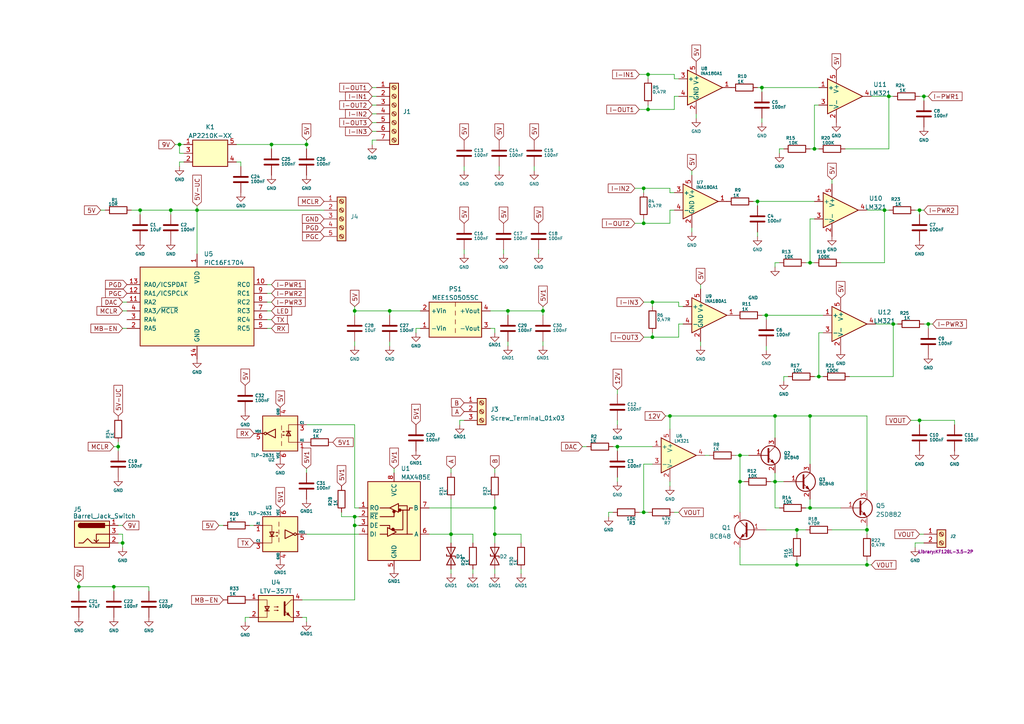
<source format=kicad_sch>
(kicad_sch (version 20230409) (generator eeschema)
  (paper "A4")
  (junction (at 57.15 60.96))
  (junction (at 234.95 120.65))
  (junction (at 220.98 25.4))
  (junction (at 257.81 27.94))
  (junction (at 186.69 64.77))
  (junction (at 78.74 41.91))
  (junction (at 222.25 91.44))
  (junction (at 157.48 90.17))
  (junction (at 267.97 27.94))
  (junction (at 266.7 121.92))
  (junction (at 187.96 31.75))
  (junction (at 113.03 90.17))
  (junction (at 186.69 54.61))
  (junction (at 237.49 109.22))
  (junction (at 236.22 43.18))
  (junction (at 102.87 152.4))
  (junction (at 251.46 153.67))
  (junction (at 33.02 170.18))
  (junction (at 224.79 120.65))
  (junction (at 22.86 170.18))
  (junction (at 88.9 41.91))
  (junction (at 130.81 154.94))
  (junction (at 251.46 163.83))
  (junction (at 49.53 60.96))
  (junction (at 143.51 154.94))
  (junction (at 259.08 93.98))
  (junction (at 231.14 153.67))
  (junction (at 40.64 60.96))
  (junction (at 234.95 76.2))
  (junction (at 179.07 129.54))
  (junction (at 189.23 87.63))
  (junction (at 219.71 58.42))
  (junction (at 186.69 148.59))
  (junction (at 234.95 147.32))
  (junction (at 224.79 139.7))
  (junction (at 102.87 149.86))
  (junction (at 256.54 60.96))
  (junction (at 34.29 129.54))
  (junction (at 189.23 97.79))
  (junction (at 214.63 132.08))
  (junction (at 143.51 147.32))
  (junction (at 52.07 41.91))
  (junction (at 231.14 163.83))
  (junction (at 194.31 120.65))
  (junction (at 269.24 93.98))
  (junction (at 214.63 139.7))
  (junction (at 35.56 157.48))
  (junction (at 187.96 21.59))
  (junction (at 147.32 90.17))
  (junction (at 102.87 90.17))
  (junction (at 266.7 60.96))
  (wire (pts (xy 137.16 154.94) (xy 137.16 157.48)))
  (wire (pts (xy 124.46 147.32) (xy 143.51 147.32)))
  (wire (pts (xy 236.22 43.18) (xy 237.49 43.18)))
  (wire (pts (xy 184.15 54.61) (xy 186.69 54.61)))
  (wire (pts (xy 219.71 25.4) (xy 220.98 25.4)))
  (wire (pts (xy 256.54 60.96) (xy 256.54 76.2)))
  (wire (pts (xy 203.2 83.82) (xy 203.2 82.55)))
  (wire (pts (xy 146.05 73.66) (xy 146.05 72.39)))
  (wire (pts (xy 99.06 149.86) (xy 102.87 149.86)))
  (wire (pts (xy 259.08 93.98) (xy 260.35 93.98)))
  (wire (pts (xy 104.14 147.32) (xy 102.87 147.32)))
  (wire (pts (xy 186.69 134.62) (xy 189.23 134.62)))
  (wire (pts (xy 78.74 41.91) (xy 78.74 43.18)))
  (wire (pts (xy 194.31 124.46) (xy 194.31 120.65)))
  (wire (pts (xy 189.23 87.63) (xy 189.23 88.9)))
  (wire (pts (xy 194.31 60.96) (xy 194.31 64.77)))
  (wire (pts (xy 251.46 120.65) (xy 251.46 142.24)))
  (wire (pts (xy 186.69 87.63) (xy 189.23 87.63)))
  (wire (pts (xy 50.8 41.91) (xy 52.07 41.91)))
  (wire (pts (xy 34.29 129.54) (xy 34.29 130.81)))
  (wire (pts (xy 179.07 113.03) (xy 179.07 114.3)))
  (wire (pts (xy 43.18 171.45) (xy 43.18 170.18)))
  (wire (pts (xy 72.39 179.07) (xy 71.12 179.07)))
  (wire (pts (xy 179.07 129.54) (xy 179.07 130.81)))
  (wire (pts (xy 40.64 60.96) (xy 49.53 60.96)))
  (wire (pts (xy 43.18 170.18) (xy 33.02 170.18)))
  (wire (pts (xy 224.79 139.7) (xy 224.79 147.32)))
  (wire (pts (xy 226.06 147.32) (xy 224.79 147.32)))
  (wire (pts (xy 218.44 58.42) (xy 219.71 58.42)))
  (wire (pts (xy 194.31 120.65) (xy 224.79 120.65)))
  (wire (pts (xy 34.29 154.94) (xy 35.56 154.94)))
  (wire (pts (xy 267.97 93.98) (xy 269.24 93.98)))
  (wire (pts (xy 185.42 31.75) (xy 187.96 31.75)))
  (wire (pts (xy 179.07 129.54) (xy 189.23 129.54)))
  (wire (pts (xy 87.63 179.07) (xy 88.9 179.07)))
  (wire (pts (xy 52.07 41.91) (xy 53.34 41.91)))
  (wire (pts (xy 231.14 163.83) (xy 214.63 163.83)))
  (wire (pts (xy 133.35 121.92) (xy 133.35 123.19)))
  (wire (pts (xy 35.56 152.4) (xy 34.29 152.4)))
  (wire (pts (xy 143.51 135.89) (xy 143.51 137.16)))
  (wire (pts (xy 113.03 90.17) (xy 113.03 91.44)))
  (wire (pts (xy 243.84 76.2) (xy 256.54 76.2)))
  (wire (pts (xy 102.87 152.4) (xy 104.14 152.4)))
  (wire (pts (xy 187.96 31.75) (xy 187.96 30.48)))
  (wire (pts (xy 231.14 153.67) (xy 231.14 154.94)))
  (wire (pts (xy 53.34 44.45) (xy 52.07 44.45)))
  (wire (pts (xy 267.97 27.94) (xy 269.24 27.94)))
  (wire (pts (xy 214.63 132.08) (xy 214.63 139.7)))
  (wire (pts (xy 107.95 27.94) (xy 109.22 27.94)))
  (wire (pts (xy 134.62 49.53) (xy 134.62 48.26)))
  (wire (pts (xy 251.46 162.56) (xy 251.46 163.83)))
  (wire (pts (xy 201.93 33.02) (xy 201.93 34.29)))
  (wire (pts (xy 194.31 140.97) (xy 194.31 139.7)))
  (wire (pts (xy 256.54 60.96) (xy 257.81 60.96)))
  (wire (pts (xy 266.7 121.92) (xy 276.86 121.92)))
  (wire (pts (xy 189.23 87.63) (xy 196.85 87.63)))
  (wire (pts (xy 251.46 152.4) (xy 251.46 153.67)))
  (wire (pts (xy 224.79 76.2) (xy 224.79 77.47)))
  (wire (pts (xy 102.87 100.33) (xy 102.87 99.06)))
  (wire (pts (xy 124.46 154.94) (xy 130.81 154.94)))
  (wire (pts (xy 78.74 92.71) (xy 77.47 92.71)))
  (wire (pts (xy 33.02 170.18) (xy 22.86 170.18)))
  (wire (pts (xy 144.78 49.53) (xy 144.78 48.26)))
  (wire (pts (xy 266.7 60.96) (xy 266.7 62.23)))
  (wire (pts (xy 219.71 68.58) (xy 219.71 67.31)))
  (wire (pts (xy 53.34 46.99) (xy 52.07 46.99)))
  (wire (pts (xy 276.86 121.92) (xy 276.86 123.19)))
  (wire (pts (xy 266.7 60.96) (xy 267.97 60.96)))
  (wire (pts (xy 237.49 96.52) (xy 237.49 109.22)))
  (wire (pts (xy 34.29 128.27) (xy 34.29 129.54)))
  (wire (pts (xy 156.21 73.66) (xy 156.21 72.39)))
  (wire (pts (xy 186.69 148.59) (xy 187.96 148.59)))
  (wire (pts (xy 143.51 154.94) (xy 143.51 157.48)))
  (wire (pts (xy 257.81 27.94) (xy 257.81 43.18)))
  (wire (pts (xy 93.98 60.96) (xy 57.15 60.96)))
  (wire (pts (xy 237.49 109.22) (xy 238.76 109.22)))
  (wire (pts (xy 78.74 95.25) (xy 77.47 95.25)))
  (wire (pts (xy 194.31 55.88) (xy 194.31 54.61)))
  (wire (pts (xy 87.63 173.99) (xy 102.87 173.99)))
  (wire (pts (xy 107.95 35.56) (xy 109.22 35.56)))
  (wire (pts (xy 184.15 64.77) (xy 186.69 64.77)))
  (wire (pts (xy 22.86 170.18) (xy 22.86 171.45)))
  (wire (pts (xy 194.31 55.88) (xy 195.58 55.88)))
  (wire (pts (xy 187.96 21.59) (xy 187.96 22.86)))
  (wire (pts (xy 109.22 40.64) (xy 107.95 40.64)))
  (wire (pts (xy 78.74 41.91) (xy 88.9 41.91)))
  (wire (pts (xy 252.73 27.94) (xy 257.81 27.94)))
  (wire (pts (xy 196.85 88.9) (xy 196.85 87.63)))
  (wire (pts (xy 264.16 121.92) (xy 266.7 121.92)))
  (wire (pts (xy 102.87 90.17) (xy 113.03 90.17)))
  (wire (pts (xy 157.48 88.9) (xy 157.48 90.17)))
  (wire (pts (xy 234.95 134.62) (xy 234.95 120.65)))
  (wire (pts (xy 102.87 91.44) (xy 102.87 90.17)))
  (wire (pts (xy 186.69 54.61) (xy 194.31 54.61)))
  (wire (pts (xy 99.06 148.59) (xy 99.06 149.86)))
  (wire (pts (xy 186.69 64.77) (xy 186.69 63.5)))
  (wire (pts (xy 227.33 43.18) (xy 226.06 43.18)))
  (wire (pts (xy 214.63 132.08) (xy 217.17 132.08)))
  (wire (pts (xy 57.15 59.69) (xy 57.15 60.96)))
  (wire (pts (xy 78.74 87.63) (xy 77.47 87.63)))
  (wire (pts (xy 266.7 27.94) (xy 267.97 27.94)))
  (wire (pts (xy 265.43 60.96) (xy 266.7 60.96)))
  (wire (pts (xy 204.47 132.08) (xy 205.74 132.08)))
  (wire (pts (xy 154.94 49.53) (xy 154.94 48.26)))
  (wire (pts (xy 157.48 90.17) (xy 157.48 91.44)))
  (wire (pts (xy 222.25 153.67) (xy 231.14 153.67)))
  (wire (pts (xy 52.07 44.45) (xy 52.07 41.91)))
  (wire (pts (xy 226.06 43.18) (xy 226.06 44.45)))
  (wire (pts (xy 63.5 152.4) (xy 64.77 152.4)))
  (wire (pts (xy 186.69 97.79) (xy 189.23 97.79)))
  (wire (pts (xy 35.56 157.48) (xy 35.56 158.75)))
  (wire (pts (xy 195.58 148.59) (xy 196.85 148.59)))
  (wire (pts (xy 234.95 43.18) (xy 236.22 43.18)))
  (wire (pts (xy 267.97 27.94) (xy 267.97 29.21)))
  (wire (pts (xy 88.9 135.89) (xy 88.9 137.16)))
  (wire (pts (xy 35.56 90.17) (xy 36.83 90.17)))
  (wire (pts (xy 238.76 96.52) (xy 237.49 96.52)))
  (wire (pts (xy 267.97 157.48) (xy 265.43 157.48)))
  (wire (pts (xy 35.56 154.94) (xy 35.56 157.48)))
  (wire (pts (xy 186.69 54.61) (xy 186.69 55.88)))
  (wire (pts (xy 251.46 153.67) (xy 251.46 154.94)))
  (wire (pts (xy 266.7 121.92) (xy 266.7 123.19)))
  (wire (pts (xy 147.32 100.33) (xy 147.32 99.06)))
  (wire (pts (xy 195.58 22.86) (xy 196.85 22.86)))
  (wire (pts (xy 254 93.98) (xy 259.08 93.98)))
  (wire (pts (xy 259.08 93.98) (xy 259.08 109.22)))
  (wire (pts (xy 40.64 60.96) (xy 40.64 62.23)))
  (wire (pts (xy 241.3 153.67) (xy 251.46 153.67)))
  (wire (pts (xy 233.68 76.2) (xy 234.95 76.2)))
  (wire (pts (xy 33.02 170.18) (xy 33.02 171.45)))
  (wire (pts (xy 35.56 87.63) (xy 36.83 87.63)))
  (wire (pts (xy 130.81 166.37) (xy 130.81 165.1)))
  (wire (pts (xy 200.66 49.53) (xy 200.66 50.8)))
  (wire (pts (xy 233.68 147.32) (xy 234.95 147.32)))
  (wire (pts (xy 176.53 148.59) (xy 177.8 148.59)))
  (wire (pts (xy 88.9 154.94) (xy 104.14 154.94)))
  (wire (pts (xy 57.15 60.96) (xy 57.15 73.66)))
  (wire (pts (xy 251.46 163.83) (xy 252.73 163.83)))
  (wire (pts (xy 251.46 60.96) (xy 256.54 60.96)))
  (wire (pts (xy 227.33 109.22) (xy 228.6 109.22)))
  (wire (pts (xy 107.95 25.4) (xy 109.22 25.4)))
  (wire (pts (xy 147.32 90.17) (xy 157.48 90.17)))
  (wire (pts (xy 265.43 157.48) (xy 265.43 158.75)))
  (wire (pts (xy 222.25 101.6) (xy 222.25 100.33)))
  (wire (pts (xy 121.92 95.25) (xy 120.65 95.25)))
  (wire (pts (xy 88.9 179.07) (xy 88.9 180.34)))
  (wire (pts (xy 245.11 43.18) (xy 257.81 43.18)))
  (wire (pts (xy 151.13 166.37) (xy 151.13 165.1)))
  (wire (pts (xy 236.22 109.22) (xy 237.49 109.22)))
  (wire (pts (xy 22.86 168.91) (xy 22.86 170.18)))
  (wire (pts (xy 198.12 93.98) (xy 196.85 93.98)))
  (wire (pts (xy 214.63 139.7) (xy 214.63 148.59)))
  (wire (pts (xy 78.74 85.09) (xy 77.47 85.09)))
  (wire (pts (xy 71.12 179.07) (xy 71.12 180.34)))
  (wire (pts (xy 107.95 38.1) (xy 109.22 38.1)))
  (wire (pts (xy 88.9 40.64) (xy 88.9 41.91)))
  (wire (pts (xy 104.14 149.86) (xy 102.87 149.86)))
  (wire (pts (xy 185.42 148.59) (xy 186.69 148.59)))
  (wire (pts (xy 130.81 135.89) (xy 130.81 137.16)))
  (wire (pts (xy 33.02 129.54) (xy 34.29 129.54)))
  (wire (pts (xy 195.58 60.96) (xy 194.31 60.96)))
  (wire (pts (xy 52.07 46.99) (xy 52.07 48.26)))
  (wire (pts (xy 187.96 21.59) (xy 195.58 21.59)))
  (wire (pts (xy 179.07 139.7) (xy 179.07 138.43)))
  (wire (pts (xy 177.8 129.54) (xy 179.07 129.54)))
  (wire (pts (xy 196.85 93.98) (xy 196.85 97.79)))
  (wire (pts (xy 222.25 91.44) (xy 222.25 92.71)))
  (wire (pts (xy 234.95 63.5) (xy 234.95 76.2)))
  (wire (pts (xy 176.53 148.59) (xy 176.53 149.86)))
  (wire (pts (xy 49.53 60.96) (xy 49.53 62.23)))
  (wire (pts (xy 195.58 22.86) (xy 195.58 21.59)))
  (wire (pts (xy 143.51 166.37) (xy 143.51 165.1)))
  (wire (pts (xy 223.52 139.7) (xy 224.79 139.7)))
  (wire (pts (xy 185.42 21.59) (xy 187.96 21.59)))
  (wire (pts (xy 143.51 144.78) (xy 143.51 147.32)))
  (wire (pts (xy 236.22 58.42) (xy 219.71 58.42)))
  (wire (pts (xy 134.62 121.92) (xy 133.35 121.92)))
  (wire (pts (xy 234.95 120.65) (xy 251.46 120.65)))
  (wire (pts (xy 130.81 154.94) (xy 130.81 157.48)))
  (wire (pts (xy 142.24 90.17) (xy 147.32 90.17)))
  (wire (pts (xy 143.51 154.94) (xy 151.13 154.94)))
  (wire (pts (xy 35.56 95.25) (xy 36.83 95.25)))
  (wire (pts (xy 68.58 46.99) (xy 69.85 46.99)))
  (wire (pts (xy 220.98 91.44) (xy 222.25 91.44)))
  (wire (pts (xy 157.48 100.33) (xy 157.48 99.06)))
  (wire (pts (xy 78.74 82.55) (xy 77.47 82.55)))
  (wire (pts (xy 237.49 30.48) (xy 236.22 30.48)))
  (wire (pts (xy 121.92 90.17) (xy 113.03 90.17)))
  (wire (pts (xy 220.98 35.56) (xy 220.98 34.29)))
  (wire (pts (xy 193.04 120.65) (xy 194.31 120.65)))
  (wire (pts (xy 220.98 25.4) (xy 220.98 26.67)))
  (wire (pts (xy 29.21 60.96) (xy 30.48 60.96)))
  (wire (pts (xy 107.95 33.02) (xy 109.22 33.02)))
  (wire (pts (xy 234.95 144.78) (xy 234.95 147.32)))
  (wire (pts (xy 147.32 90.17) (xy 147.32 91.44)))
  (wire (pts (xy 107.95 40.64) (xy 107.95 41.91)))
  (wire (pts (xy 251.46 163.83) (xy 231.14 163.83)))
  (wire (pts (xy 186.69 64.77) (xy 194.31 64.77)))
  (wire (pts (xy 226.06 76.2) (xy 224.79 76.2)))
  (wire (pts (xy 227.33 110.49) (xy 227.33 109.22)))
  (wire (pts (xy 236.22 63.5) (xy 234.95 63.5)))
  (wire (pts (xy 269.24 93.98) (xy 270.51 93.98)))
  (wire (pts (xy 189.23 97.79) (xy 189.23 96.52)))
  (wire (pts (xy 134.62 73.66) (xy 134.62 72.39)))
  (wire (pts (xy 142.24 95.25) (xy 143.51 95.25)))
  (wire (pts (xy 224.79 120.65) (xy 234.95 120.65)))
  (wire (pts (xy 77.47 90.17) (xy 78.74 90.17)))
  (wire (pts (xy 269.24 93.98) (xy 269.24 95.25)))
  (wire (pts (xy 137.16 166.37) (xy 137.16 165.1)))
  (wire (pts (xy 137.16 154.94) (xy 130.81 154.94)))
  (wire (pts (xy 102.87 88.9) (xy 102.87 90.17)))
  (wire (pts (xy 179.07 121.92) (xy 179.07 123.19)))
  (wire (pts (xy 214.63 163.83) (xy 214.63 158.75)))
  (wire (pts (xy 231.14 162.56) (xy 231.14 163.83)))
  (wire (pts (xy 241.3 52.07) (xy 241.3 53.34)))
  (wire (pts (xy 49.53 60.96) (xy 57.15 60.96)))
  (wire (pts (xy 203.2 99.06) (xy 203.2 100.33)))
  (wire (pts (xy 72.39 152.4) (xy 73.66 152.4)))
  (wire (pts (xy 213.36 132.08) (xy 214.63 132.08)))
  (wire (pts (xy 224.79 137.16) (xy 224.79 139.7)))
  (wire (pts (xy 234.95 147.32) (xy 243.84 147.32)))
  (wire (pts (xy 187.96 31.75) (xy 195.58 31.75)))
  (wire (pts (xy 224.79 120.65) (xy 224.79 127)))
  (wire (pts (xy 69.85 46.99) (xy 69.85 48.26)))
  (wire (pts (xy 231.14 153.67) (xy 233.68 153.67)))
  (wire (pts (xy 227.33 139.7) (xy 224.79 139.7)))
  (wire (pts (xy 186.69 148.59) (xy 186.69 134.62)))
  (wire (pts (xy 102.87 173.99) (xy 102.87 152.4)))
  (wire (pts (xy 195.58 27.94) (xy 195.58 31.75)))
  (wire (pts (xy 266.7 154.94) (xy 267.97 154.94)))
  (wire (pts (xy 38.1 60.96) (xy 40.64 60.96)))
  (wire (pts (xy 151.13 154.94) (xy 151.13 157.48)))
  (wire (pts (xy 196.85 88.9) (xy 198.12 88.9)))
  (wire (pts (xy 34.29 157.48) (xy 35.56 157.48)))
  (wire (pts (xy 200.66 66.04) (xy 200.66 67.31)))
  (wire (pts (xy 215.9 139.7) (xy 214.63 139.7)))
  (wire (pts (xy 88.9 41.91) (xy 88.9 43.18)))
  (wire (pts (xy 113.03 100.33) (xy 113.03 99.06)))
  (wire (pts (xy 219.71 58.42) (xy 219.71 59.69)))
  (wire (pts (xy 120.65 95.25) (xy 120.65 96.52)))
  (wire (pts (xy 68.58 41.91) (xy 78.74 41.91)))
  (wire (pts (xy 143.51 95.25) (xy 143.51 96.52)))
  (wire (pts (xy 237.49 25.4) (xy 220.98 25.4)))
  (wire (pts (xy 196.85 27.94) (xy 195.58 27.94)))
  (wire (pts (xy 107.95 30.48) (xy 109.22 30.48)))
  (wire (pts (xy 236.22 30.48) (xy 236.22 43.18)))
  (wire (pts (xy 102.87 149.86) (xy 102.87 152.4)))
  (wire (pts (xy 114.3 135.89) (xy 114.3 137.16)))
  (wire (pts (xy 102.87 147.32) (xy 102.87 123.19)))
  (wire (pts (xy 246.38 109.22) (xy 259.08 109.22)))
  (wire (pts (xy 257.81 27.94) (xy 259.08 27.94)))
  (wire (pts (xy 102.87 123.19) (xy 88.9 123.19)))
  (wire (pts (xy 189.23 97.79) (xy 196.85 97.79)))
  (wire (pts (xy 143.51 147.32) (xy 143.51 154.94)))
  (wire (pts (xy 234.95 76.2) (xy 236.22 76.2)))
  (wire (pts (xy 238.76 91.44) (xy 222.25 91.44)))
  (wire (pts (xy 168.91 129.54) (xy 170.18 129.54)))
  (wire (pts (xy 130.81 144.78) (xy 130.81 154.94)))
  (global_label "5V" (shape input) (at 71.12 111.76 90) (property "Intersheetrefs" "${INTERSHEET_REFS}" (effects hide)))
  (global_label "5V" (shape input) (at 88.9 40.64 90) (property "Intersheetrefs" "${INTERSHEET_REFS}" (effects hide)))
  (global_label "5V1" (shape input) (at 99.06 140.97 90) (property "Intersheetrefs" "${INTERSHEET_REFS}" (effects hide)))
  (global_label "RX" (shape input) (at 73.66 125.73 180) (property "Intersheetrefs" "${INTERSHEET_REFS}" (effects hide)))
  (global_label "I-OUT2" (shape input) (at 107.95 30.48 180) (property "Intersheetrefs" "${INTERSHEET_REFS}" (effects hide)))
  (global_label "DAC" (shape input) (at 35.56 87.63 180) (property "Intersheetrefs" "${INTERSHEET_REFS}" (effects hide)))
  (global_label "I-OUT3" (shape input) (at 186.69 97.79 180) (property "Intersheetrefs" "${INTERSHEET_REFS}" (effects hide)))
  (global_label "5V-UC" (shape input) (at 57.15 59.69 90) (property "Intersheetrefs" "${INTERSHEET_REFS}" (effects hide)))
  (global_label "VOUT" (shape input) (at 196.85 148.59 0) (property "Intersheetrefs" "${INTERSHEET_REFS}" (effects hide)))
  (global_label "I-IN1" (shape input) (at 107.95 27.94 180) (property "Intersheetrefs" "${INTERSHEET_REFS}" (effects hide)))
  (global_label "5V" (shape input) (at 241.3 52.07 90) (property "Intersheetrefs" "${INTERSHEET_REFS}" (effects hide)))
  (global_label "5V" (shape input) (at 134.62 64.77 90) (property "Intersheetrefs" "${INTERSHEET_REFS}" (effects hide)))
  (global_label "MCLR" (shape input) (at 33.02 129.54 180) (property "Intersheetrefs" "${INTERSHEET_REFS}" (effects hide)))
  (global_label "I-PWR3" (shape input) (at 270.51 93.98 0) (property "Intersheetrefs" "${INTERSHEET_REFS}" (effects hide)))
  (global_label "I-OUT1" (shape input) (at 107.95 25.4 180) (property "Intersheetrefs" "${INTERSHEET_REFS}" (effects hide)))
  (global_label "I-IN2" (shape input) (at 184.15 54.61 180) (property "Intersheetrefs" "${INTERSHEET_REFS}" (effects hide)))
  (global_label "5V" (shape input) (at 203.2 82.55 90) (property "Intersheetrefs" "${INTERSHEET_REFS}" (effects hide)))
  (global_label "MB-EN" (shape input) (at 64.77 173.99 180) (property "Intersheetrefs" "${INTERSHEET_REFS}" (effects hide)))
  (global_label "5V" (shape input) (at 81.28 118.11 90) (property "Intersheetrefs" "${INTERSHEET_REFS}" (effects hide)))
  (global_label "DAC" (shape input) (at 168.91 129.54 180) (property "Intersheetrefs" "${INTERSHEET_REFS}" (effects hide)))
  (global_label "5V" (shape input) (at 134.62 40.64 90) (property "Intersheetrefs" "${INTERSHEET_REFS}" (effects hide)))
  (global_label "B" (shape input) (at 134.62 116.84 180) (property "Intersheetrefs" "${INTERSHEET_REFS}" (effects hide)))
  (global_label "5V" (shape input) (at 154.94 40.64 90) (property "Intersheetrefs" "${INTERSHEET_REFS}" (effects hide)))
  (global_label "5V1" (shape input) (at 114.3 135.89 90) (property "Intersheetrefs" "${INTERSHEET_REFS}" (effects hide)))
  (global_label "5V" (shape input) (at 242.57 20.32 90) (property "Intersheetrefs" "${INTERSHEET_REFS}" (effects hide)))
  (global_label "5V1" (shape input) (at 120.65 123.19 90) (property "Intersheetrefs" "${INTERSHEET_REFS}" (effects hide)))
  (global_label "I-IN3" (shape input) (at 186.69 87.63 180) (property "Intersheetrefs" "${INTERSHEET_REFS}" (effects hide)))
  (global_label "5V1" (shape input) (at 157.48 88.9 90) (property "Intersheetrefs" "${INTERSHEET_REFS}" (effects hide)))
  (global_label "9V" (shape input) (at 50.8 41.91 180) (property "Intersheetrefs" "${INTERSHEET_REFS}" (effects hide)))
  (global_label "I-PWR3" (shape input) (at 78.74 87.63 0) (property "Intersheetrefs" "${INTERSHEET_REFS}" (effects hide)))
  (global_label "MCLR" (shape input) (at 93.98 58.42 180) (property "Intersheetrefs" "${INTERSHEET_REFS}" (effects hide)))
  (global_label "9V" (shape input) (at 22.86 168.91 90) (property "Intersheetrefs" "${INTERSHEET_REFS}" (effects hide)))
  (global_label "I-PWR1" (shape input) (at 269.24 27.94 0) (property "Intersheetrefs" "${INTERSHEET_REFS}" (effects hide)))
  (global_label "5V" (shape input) (at 102.87 88.9 90) (property "Intersheetrefs" "${INTERSHEET_REFS}" (effects hide)))
  (global_label "9V" (shape input) (at 35.56 152.4 0) (property "Intersheetrefs" "${INTERSHEET_REFS}" (effects hide)))
  (global_label "MCLR" (shape input) (at 35.56 90.17 180) (property "Intersheetrefs" "${INTERSHEET_REFS}" (effects hide)))
  (global_label "PGD" (shape input) (at 93.98 66.04 180) (property "Intersheetrefs" "${INTERSHEET_REFS}" (effects hide)))
  (global_label "PGC" (shape input) (at 93.98 68.58 180) (property "Intersheetrefs" "${INTERSHEET_REFS}" (effects hide)))
  (global_label "MB-EN" (shape input) (at 35.56 95.25 180) (property "Intersheetrefs" "${INTERSHEET_REFS}" (effects hide)))
  (global_label "A" (shape input) (at 134.62 119.38 180) (property "Intersheetrefs" "${INTERSHEET_REFS}" (effects hide)))
  (global_label "12V" (shape input) (at 193.04 120.65 180) (property "Intersheetrefs" "${INTERSHEET_REFS}" (effects hide)))
  (global_label "I-OUT1" (shape input) (at 185.42 31.75 180) (property "Intersheetrefs" "${INTERSHEET_REFS}" (effects hide)))
  (global_label "PGC" (shape input) (at 36.83 85.09 180) (property "Intersheetrefs" "${INTERSHEET_REFS}" (effects hide)))
  (global_label "VOUT" (shape input) (at 264.16 121.92 180) (property "Intersheetrefs" "${INTERSHEET_REFS}" (effects hide)))
  (global_label "5V" (shape input) (at 243.84 86.36 90) (property "Intersheetrefs" "${INTERSHEET_REFS}" (effects hide)))
  (global_label "12V" (shape input) (at 179.07 113.03 90) (property "Intersheetrefs" "${INTERSHEET_REFS}" (effects hide)))
  (global_label "5V1" (shape input) (at 96.52 128.27 0) (property "Intersheetrefs" "${INTERSHEET_REFS}" (effects hide)))
  (global_label "5V" (shape input) (at 29.21 60.96 180) (property "Intersheetrefs" "${INTERSHEET_REFS}" (effects hide)))
  (global_label "5V" (shape input) (at 200.66 49.53 90) (property "Intersheetrefs" "${INTERSHEET_REFS}" (effects hide)))
  (global_label "5V-UC" (shape input) (at 34.29 120.65 90) (property "Intersheetrefs" "${INTERSHEET_REFS}" (effects hide)))
  (global_label "LED" (shape input) (at 78.74 90.17 0) (property "Intersheetrefs" "${INTERSHEET_REFS}" (effects hide)))
  (global_label "TX" (shape input) (at 73.66 157.48 180) (property "Intersheetrefs" "${INTERSHEET_REFS}" (effects hide)))
  (global_label "5V" (shape input) (at 63.5 152.4 180) (property "Intersheetrefs" "${INTERSHEET_REFS}" (effects hide)))
  (global_label "I-OUT3" (shape input) (at 107.95 35.56 180) (property "Intersheetrefs" "${INTERSHEET_REFS}" (effects hide)))
  (global_label "I-PWR2" (shape input) (at 78.74 85.09 0) (property "Intersheetrefs" "${INTERSHEET_REFS}" (effects hide)))
  (global_label "VOUT" (shape input) (at 266.7 154.94 180) (property "Intersheetrefs" "${INTERSHEET_REFS}" (effects hide)))
  (global_label "VOUT" (shape input) (at 252.73 163.83 0) (property "Intersheetrefs" "${INTERSHEET_REFS}" (effects hide)))
  (global_label "I-PWR1" (shape input) (at 78.74 82.55 0) (property "Intersheetrefs" "${INTERSHEET_REFS}" (effects hide)))
  (global_label "RX" (shape input) (at 78.74 95.25 0) (property "Intersheetrefs" "${INTERSHEET_REFS}" (effects hide)))
  (global_label "5V" (shape input) (at 144.78 40.64 90) (property "Intersheetrefs" "${INTERSHEET_REFS}" (effects hide)))
  (global_label "TX" (shape input) (at 78.74 92.71 0) (property "Intersheetrefs" "${INTERSHEET_REFS}" (effects hide)))
  (global_label "5V" (shape input) (at 201.93 17.78 90) (property "Intersheetrefs" "${INTERSHEET_REFS}" (effects hide)))
  (global_label "5V" (shape input) (at 146.05 64.77 90) (property "Intersheetrefs" "${INTERSHEET_REFS}" (effects hide)))
  (global_label "5V1" (shape input) (at 88.9 135.89 90) (property "Intersheetrefs" "${INTERSHEET_REFS}" (effects hide)))
  (global_label "PGD" (shape input) (at 36.83 82.55 180) (property "Intersheetrefs" "${INTERSHEET_REFS}" (effects hide)))
  (global_label "A" (shape input) (at 130.81 135.89 90) (property "Intersheetrefs" "${INTERSHEET_REFS}" (effects hide)))
  (global_label "B" (shape input) (at 143.51 135.89 90) (property "Intersheetrefs" "${INTERSHEET_REFS}" (effects hide)))
  (global_label "5V1" (shape input) (at 81.28 147.32 90) (property "Intersheetrefs" "${INTERSHEET_REFS}" (effects hide)))
  (global_label "5V" (shape input) (at 156.21 64.77 90) (property "Intersheetrefs" "${INTERSHEET_REFS}" (effects hide)))
  (global_label "I-IN3" (shape input) (at 107.95 38.1 180) (property "Intersheetrefs" "${INTERSHEET_REFS}" (effects hide)))
  (global_label "GND" (shape input) (at 93.98 63.5 180) (property "Intersheetrefs" "${INTERSHEET_REFS}" (effects hide)))
  (global_label "I-OUT2" (shape input) (at 184.15 64.77 180) (property "Intersheetrefs" "${INTERSHEET_REFS}" (effects hide)))
  (global_label "I-IN2" (shape input) (at 107.95 33.02 180) (property "Intersheetrefs" "${INTERSHEET_REFS}" (effects hide)))
  (global_label "I-IN1" (shape input) (at 185.42 21.59 180) (property "Intersheetrefs" "${INTERSHEET_REFS}" (effects hide)))
  (global_label "I-PWR2" (shape input) (at 267.97 60.96 0) (property "Intersheetrefs" "${INTERSHEET_REFS}" (effects hide)))
  (symbol (lib_id "Device:R") (at 261.62 60.96 90) (unit 1)
    (property "Reference" "R23" (at 259.7786 57.804 90) (effects (font (size 0.889 0.889))))
    (property "Value" "1K" (at 260.5532 59.2185 90) (effects (font (size 0.889 0.889))))
    (property "Footprint" "Resistor_SMD:R_0805_2012Metric" (effects hide))
  )
  (symbol (lib_id "power:GND") (at 156.21 73.66 0) (unit 1)
    (property "Reference" "#PWR042" (effects hide))
    (property "Value" "GND" (at 156.21 77.47 0) (effects (font (size 0.889 0.889))))
  )
  (symbol (lib_id "Device:R") (at 219.71 139.7 90) (unit 1)
    (property "Reference" "R12" (at 218.0597 136.6113 90) (effects (font (size 0.889 0.889))))
    (property "Value" "10K" (at 218.2955 138.0595 90) (effects (font (size 0.889 0.889))))
    (property "Footprint" "Resistor_SMD:R_0805_2012Metric" (effects hide))
  )
  (symbol (lib_id "Device:R") (at 68.58 152.4 90) (unit 1)
    (property "Reference" "R26" (at 67.9385 149.1293 90) (effects (font (size 0.889 0.889))))
    (property "Value" "1K" (at 67.5132 150.6585 90) (effects (font (size 0.889 0.889))))
    (property "Footprint" "Resistor_SMD:R_0805_2012Metric" (effects hide))
  )
  (symbol (lib_id "power:GND1") (at 137.16 166.37 0) (unit 1)
    (property "Reference" "#PWR032" (effects hide))
    (property "Value" "GND1" (at 137.16 169.8432 0) (effects (font (size 0.889 0.889))))
  )
  (symbol (lib_id "power:GND1") (at 130.81 166.37 0) (unit 1)
    (property "Reference" "#PWR031" (effects hide))
    (property "Value" "GND1" (at 130.81 169.8432 0) (effects (font (size 0.889 0.889))))
  )
  (symbol (lib_id "Connector:Screw_Terminal_01x07") (at 114.3 33.02 0) (unit 1)
    (property "Reference" "J1" (at 116.84 32.385 0) (effects (justify left)))
    (property "Value" "Screw_Terminal_01x07" (effects hide))
    (property "Footprint" "Library:KF128L-3.5-7P" (effects hide))
  )
  (symbol (lib_id "power:GND") (at 241.3 68.58 0) (unit 1)
    (property "Reference" "#PWR019" (effects hide))
    (property "Value" "GND" (at 241.3 72.39 0) (effects (font (size 0.889 0.889))))
  )
  (symbol (lib_id "power:GND") (at 222.25 101.6 0) (unit 1)
    (property "Reference" "#PWR015" (effects hide))
    (property "Value" "GND" (at 222.25 105.41 0) (effects (font (size 0.889 0.889))))
  )
  (symbol (lib_id "Device:C") (at 88.9 140.97 0) (unit 1)
    (property "Reference" "C31" (at 91.7347 140.1421 0) (effects (font (size 0.889 0.889)) (justify left)))
    (property "Value" "100nF" (at 91.7347 141.5341 0) (effects (font (size 0.889 0.889)) (justify left)))
    (property "Footprint" "Capacitor_SMD:C_0805_2012Metric" (effects hide))
  )
  (symbol (lib_id "Device:C") (at 219.71 63.5 0) (unit 1)
    (property "Reference" "C4" (at 222.5447 62.6721 0) (effects (font (size 0.889 0.889)) (justify left)))
    (property "Value" "100nF" (at 222.5447 64.0641 0) (effects (font (size 0.889 0.889)) (justify left)))
    (property "Footprint" "Capacitor_SMD:C_0805_2012Metric" (effects hide))
  )
  (symbol (lib_id "power:GND") (at 269.24 102.87 0) (unit 1)
    (property "Reference" "#PWR025" (effects hide))
    (property "Value" "GND" (at 269.24 106.68 0) (effects (font (size 0.889 0.889))))
  )
  (symbol (lib_id "Device:C") (at 266.7 127 0) (unit 1)
    (property "Reference" "C10" (at 269.5347 126.1721 0) (effects (font (size 0.889 0.889)) (justify left)))
    (property "Value" "100nF" (at 269.5347 127.5641 0) (effects (font (size 0.889 0.889)) (justify left)))
    (property "Footprint" "Capacitor_SMD:C_0805_2012Metric" (effects hide))
  )
  (symbol (lib_id "Device:C") (at 147.32 95.25 0) (unit 1)
    (property "Reference" "C29" (at 150.1547 94.4221 0) (effects (font (size 0.889 0.889)) (justify left)))
    (property "Value" "100nF" (at 150.1547 95.8141 0) (effects (font (size 0.889 0.889)) (justify left)))
    (property "Footprint" "Capacitor_SMD:C_0805_2012Metric" (effects hide))
  )
  (symbol (lib_id "Device:R") (at 34.29 60.96 90) (unit 1)
    (property "Reference" "R1" (at 34.2183 57.9794 90) (effects (font (size 0.889 0.889)) (justify left)))
    (property "Value" "10R" (at 34.1678 59.1918 90) (effects (font (size 0.889 0.889)) (justify left)))
    (property "Footprint" "Resistor_SMD:R_1206_3216Metric" (effects hide))
  )
  (symbol (lib_id "Device:R") (at 232.41 109.22 90) (unit 1)
    (property "Reference" "R17" (at 230.5686 106.064 90) (effects (font (size 0.889 0.889))))
    (property "Value" "10K" (at 231.3432 107.4785 90) (effects (font (size 0.889 0.889))))
    (property "Footprint" "Resistor_SMD:R_0805_2012Metric" (effects hide))
  )
  (symbol (lib_id "power:GND") (at 276.86 130.81 0) (unit 1)
    (property "Reference" "#PWR027" (effects hide))
    (property "Value" "GND" (at 276.86 134.62 0) (effects (font (size 0.889 0.889))))
  )
  (symbol (lib_id "power:GND") (at 35.56 158.75 0) (unit 1)
    (property "Reference" "#PWR048" (effects hide))
    (property "Value" "GND" (at 35.56 162.56 0) (effects (font (size 0.889 0.889))))
  )
  (symbol (lib_id "power:GND") (at 134.62 73.66 0) (unit 1)
    (property "Reference" "#PWR040" (effects hide))
    (property "Value" "GND" (at 134.62 77.47 0) (effects (font (size 0.889 0.889))))
  )
  (symbol (lib_id "Device:C") (at 40.64 66.04 0) (unit 1)
    (property "Reference" "C1" (at 43.4747 65.2121 0) (effects (font (size 0.889 0.889)) (justify left)))
    (property "Value" "10uF" (at 43.4747 66.6041 0) (effects (font (size 0.889 0.889)) (justify left)))
    (property "Footprint" "Capacitor_SMD:C_0805_2012Metric" (effects hide))
  )
  (symbol (lib_id "Device:C") (at 102.87 95.25 0) (unit 1)
    (property "Reference" "C28" (at 105.7047 94.4221 0) (effects (font (size 0.889 0.889)) (justify left)))
    (property "Value" "10uF" (at 105.7047 95.8141 0) (effects (font (size 0.889 0.889)) (justify left)))
    (property "Footprint" "Capacitor_SMD:C_0805_2012Metric" (effects hide))
  )
  (symbol (lib_id "power:GND") (at 107.95 41.91 0) (unit 1)
    (property "Reference" "#PWR06" (effects hide))
    (property "Value" "GND" (at 107.95 45.72 0) (effects (font (size 0.889 0.889))))
  )
  (symbol (lib_id "New_Library:AP2210K-XX") (at 60.96 44.45 0) (unit 1)
    (property "Reference" "K1" (at 60.9686 36.83 0))
    (property "Value" "AP2210K-XX" (at 60.9686 39.37 0))
    (property "Footprint" "Package_TO_SOT_SMD:SOT-23-5" (effects hide))
  )
  (symbol (lib_id "power:GND") (at 179.07 139.7 0) (unit 1)
    (property "Reference" "#PWR08" (effects hide))
    (property "Value" "GND" (at 179.07 143.51 0) (effects (font (size 0.889 0.889))))
  )
  (symbol (lib_id "Device:R") (at 262.89 27.94 90) (unit 1)
    (property "Reference" "R24" (at 261.0486 24.784 90) (effects (font (size 0.889 0.889))))
    (property "Value" "1K" (at 261.8232 26.1985 90) (effects (font (size 0.889 0.889))))
    (property "Footprint" "Resistor_SMD:R_0805_2012Metric" (effects hide))
  )
  (symbol (lib_id "power:GND") (at 69.85 55.88 0) (unit 1)
    (property "Reference" "#PWR050" (effects hide))
    (property "Value" "GND" (at 69.85 59.69 0) (effects (font (size 0.889 0.889))))
  )
  (symbol (lib_id "Device:R") (at 264.16 93.98 90) (unit 1)
    (property "Reference" "R25" (at 262.3186 90.824 90) (effects (font (size 0.889 0.889))))
    (property "Value" "1K" (at 263.0932 92.2385 90) (effects (font (size 0.889 0.889))))
    (property "Footprint" "Resistor_SMD:R_0805_2012Metric" (effects hide))
  )
  (symbol (lib_id "power:GND") (at 224.79 77.47 0) (unit 1)
    (property "Reference" "#PWR016" (effects hide))
    (property "Value" "GND" (at 218.44 86.36 0) (effects (font (size 0.889 0.889))))
  )
  (symbol (lib_id "Device:C") (at 69.85 52.07 0) (unit 1)
    (property "Reference" "C24" (at 72.6847 51.2421 0) (effects (font (size 0.889 0.889)) (justify left)))
    (property "Value" "100nF" (at 72.6847 52.6341 0) (effects (font (size 0.889 0.889)) (justify left)))
    (property "Footprint" "Capacitor_SMD:C_0805_2012Metric" (effects hide))
  )
  (symbol (lib_id "power:GND") (at 52.07 48.26 0) (unit 1)
    (property "Reference" "#PWR049" (effects hide))
    (property "Value" "GND" (at 52.07 52.07 0) (effects (font (size 0.889 0.889))))
  )
  (symbol (lib_id "Device:R") (at 189.23 92.71 0) (unit 1)
    (property "Reference" "R6" (at 190.5 91.44 0) (effects (font (size 0.889 0.889)) (justify left)))
    (property "Value" "0,47R" (at 190.5 92.71 0) (effects (font (size 0.889 0.889)) (justify left)))
    (property "Footprint" "Resistor_SMD:R_1206_3216Metric" (effects hide))
  )
  (symbol (lib_id "Device:R") (at 187.96 26.67 0) (unit 1)
    (property "Reference" "R5" (at 189.23 25.4 0) (effects (font (size 0.889 0.889)) (justify left)))
    (property "Value" "0,47R" (at 189.23 26.67 0) (effects (font (size 0.889 0.889)) (justify left)))
    (property "Footprint" "Resistor_SMD:R_1206_3216Metric" (effects hide))
  )
  (symbol (lib_id "Device:C") (at 154.94 44.45 0) (unit 1)
    (property "Reference" "C15" (at 157.7747 43.6221 0) (effects (font (size 0.889 0.889)) (justify left)))
    (property "Value" "100nF" (at 157.7747 45.0141 0) (effects (font (size 0.889 0.889)) (justify left)))
    (property "Footprint" "Capacitor_SMD:C_0805_2012Metric" (effects hide))
  )
  (symbol (lib_id "power:GND") (at 176.53 149.86 0) (unit 1)
    (property "Reference" "#PWR07" (effects hide))
    (property "Value" "GND" (at 176.53 153.67 0) (effects (font (size 0.889 0.889))))
  )
  (symbol (lib_id "power:GND1") (at 133.35 123.19 0) (unit 1)
    (property "Reference" "#PWR035" (effects hide))
    (property "Value" "GND1" (at 133.35 126.6632 0) (effects (font (size 0.889 0.889))))
  )
  (symbol (lib_id "Device:R") (at 130.81 140.97 180) (unit 1)
    (property "Reference" "R31" (at 128.0132 142.4345 90) (effects (font (size 0.889 0.889))))
    (property "Value" "1K" (at 129.2106 142.8087 90) (effects (font (size 0.889 0.889))))
    (property "Footprint" "Resistor_SMD:R_0805_2012Metric" (effects hide))
  )
  (symbol (lib_id "Device:C") (at 179.07 134.62 0) (unit 1)
    (property "Reference" "C3" (at 181.9047 133.7921 0) (effects (font (size 0.889 0.889)) (justify left)))
    (property "Value" "100nF" (at 181.9047 135.1841 0) (effects (font (size 0.889 0.889)) (justify left)))
    (property "Footprint" "Capacitor_SMD:C_0805_2012Metric" (effects hide))
  )
  (symbol (lib_id "power:GND") (at 71.12 119.38 0) (unit 1)
    (property "Reference" "#PWR060" (effects hide))
    (property "Value" "GND" (at 71.12 123.19 0) (effects (font (size 0.889 0.889))))
  )
  (symbol (lib_id "Amplifier_Current:INA180A1") (at 203.2 58.42 0) (unit 1)
    (property "Reference" "U7" (at 202.9858 52.9108 0) (effects (font (size 0.889 0.889))))
    (property "Value" "INA180A1" (at 205.1076 54.3253 0) (effects (font (size 0.889 0.889))))
    (property "Footprint" "Package_TO_SOT_SMD:SOT-23-5" (effects hide))
    (property "Datasheet" "http://www.ti.com/lit/ds/symlink/ina180.pdf" (effects hide))
  )
  (symbol (lib_id "power:GND") (at 265.43 158.75 0) (unit 1)
    (property "Reference" "#PWR022" (effects hide))
    (property "Value" "GND" (at 265.43 162.56 0) (effects (font (size 0.889 0.889))))
  )
  (symbol (lib_id "power:GND") (at 179.07 123.19 0) (unit 1)
    (property "Reference" "#PWR028" (effects hide))
    (property "Value" "GND" (at 179.07 127 0) (effects (font (size 0.889 0.889))))
  )
  (symbol (lib_id "power:GND") (at 219.71 68.58 0) (unit 1)
    (property "Reference" "#PWR013" (effects hide))
    (property "Value" "GND" (at 219.71 72.39 0) (effects (font (size 0.889 0.889))))
  )
  (symbol (lib_id "power:GND") (at 40.64 69.85 0) (unit 1)
    (property "Reference" "#PWR03" (effects hide))
    (property "Value" "GND" (at 40.64 73.66 0) (effects (font (size 0.889 0.889))))
  )
  (symbol (lib_id "Device:R") (at 214.63 58.42 90) (unit 1)
    (property "Reference" "R9" (at 213.9885 55.1493 90) (effects (font (size 0.889 0.889))))
    (property "Value" "1K" (at 213.5632 56.6785 90) (effects (font (size 0.889 0.889))))
    (property "Footprint" "Resistor_SMD:R_0805_2012Metric" (effects hide))
  )
  (symbol (lib_id "Amplifier_Operational:LM321") (at 196.85 132.08 0) (unit 1)
    (property "Reference" "U6" (at 196.989 126.4317 0) (effects (font (size 0.889 0.889))))
    (property "Value" "LM321" (at 197.7636 127.9136 0) (effects (font (size 0.889 0.889))))
    (property "Footprint" "Package_TO_SOT_SMD:SOT-23-5" (effects hide))
    (property "Datasheet" "http://www.ti.com/lit/ds/symlink/lm321.pdf" (effects hide))
  )
  (symbol (lib_id "power:GND") (at 267.97 36.83 0) (unit 1)
    (property "Reference" "#PWR024" (effects hide))
    (property "Value" "GND" (at 267.97 40.64 0) (effects (font (size 0.889 0.889))))
  )
  (symbol (lib_id "Device:R") (at 191.77 148.59 270) (unit 1)
    (property "Reference" "R7" (at 193.5398 151.7265 90) (effects (font (size 0.889 0.889))))
    (property "Value" "47K" (at 193.2367 150.413 90) (effects (font (size 0.889 0.889))))
    (property "Footprint" "Resistor_SMD:R_0805_2012Metric" (effects hide))
  )
  (symbol (lib_id "Device:C") (at 113.03 95.25 0) (unit 1)
    (property "Reference" "C27" (at 115.8647 94.4221 0) (effects (font (size 0.889 0.889)) (justify left)))
    (property "Value" "100nF" (at 115.8647 95.8141 0) (effects (font (size 0.889 0.889)) (justify left)))
    (property "Footprint" "Capacitor_SMD:C_0805_2012Metric" (effects hide))
  )
  (symbol (lib_id "power:GND") (at 134.62 49.53 0) (unit 1)
    (property "Reference" "#PWR037" (effects hide))
    (property "Value" "GND" (at 134.62 53.34 0) (effects (font (size 0.889 0.889))))
  )
  (symbol (lib_id "Device:C") (at 120.65 127 0) (unit 1)
    (property "Reference" "C20" (at 123.4847 126.1721 0) (effects (font (size 0.889 0.889)) (justify left)))
    (property "Value" "100nF" (at 123.4847 127.5641 0) (effects (font (size 0.889 0.889)) (justify left)))
    (property "Footprint" "Capacitor_SMD:C_0805_2012Metric" (effects hide))
  )
  (symbol (lib_id "power:GND") (at 113.03 100.33 0) (unit 1)
    (property "Reference" "#PWR058" (effects hide))
    (property "Value" "GND" (at 113.03 104.14 0) (effects (font (size 0.889 0.889))))
  )
  (symbol (lib_id "Amplifier_Current:INA180A1") (at 205.74 91.44 0) (unit 1)
    (property "Reference" "U9" (at 205.5258 85.9308 0) (effects (font (size 0.889 0.889))))
    (property "Value" "INA180A1" (at 207.6476 87.3453 0) (effects (font (size 0.889 0.889))))
    (property "Footprint" "Package_TO_SOT_SMD:SOT-23-5" (effects hide))
    (property "Datasheet" "http://www.ti.com/lit/ds/symlink/ina180.pdf" (effects hide))
  )
  (symbol (lib_id "Amplifier_Operational:LM321") (at 243.84 60.96 0) (unit 1)
    (property "Reference" "U10" (at 254 57.5311 0))
    (property "Value" "LM321" (at 254 60.0711 0))
    (property "Footprint" "Package_TO_SOT_SMD:SOT-23-5" (effects hide))
    (property "Datasheet" "http://www.ti.com/lit/ds/symlink/lm321.pdf" (effects hide))
  )
  (symbol (lib_id "New_Library:PIC16F1704") (at 57.15 93.98 0) (unit 1)
    (property "Reference" "U5" (at 59.1059 73.66 0) (effects (justify left)))
    (property "Value" "PIC16F1704" (at 59.1059 76.2 0) (effects (justify left)))
    (property "Footprint" "Package_SO:SO-14_3.9x8.65mm_P1.27mm" (effects hide))
    (property "Datasheet" "http://ww1.microchip.com/downloads/en/DeviceDoc/41586A.pdf" (effects hide))
  )
  (symbol (lib_id "power:GND1") (at 114.3 165.1 0) (unit 1)
    (property "Reference" "#PWR030" (effects hide))
    (property "Value" "GND1" (at 114.3 168.5732 0) (effects (font (size 0.889 0.889))))
  )
  (symbol (lib_id "New_Library:TLP-2631") (at 81.28 120.65 180) (unit 1)
    (property "Reference" "U2" (at 78.74 133.35 0) (effects (font (size 0.889 0.889))))
    (property "Value" "TLP-2631" (at 76.2 132.08 0) (effects (font (size 0.889 0.889))))
    (property "Footprint" "Package_SO:SO-5_4.4x3.6mm_P1.27mm" (effects hide))
  )
  (symbol (lib_id "Device:R") (at 143.51 140.97 180) (unit 1)
    (property "Reference" "R32" (at 140.7132 142.4345 90) (effects (font (size 0.889 0.889))))
    (property "Value" "1K" (at 141.9106 142.8087 90) (effects (font (size 0.889 0.889))))
    (property "Footprint" "Resistor_SMD:R_0805_2012Metric" (effects hide))
  )
  (symbol (lib_id "power:GND") (at 203.2 100.33 0) (unit 1)
    (property "Reference" "#PWR012" (effects hide))
    (property "Value" "GND" (at 203.2 104.14 0) (effects (font (size 0.889 0.889))))
  )
  (symbol (lib_id "Device:R") (at 240.03 76.2 90) (unit 1)
    (property "Reference" "R19" (at 238.1886 73.044 90) (effects (font (size 0.889 0.889))))
    (property "Value" "100K" (at 238.9632 74.4585 90) (effects (font (size 0.889 0.889))))
    (property "Footprint" "Resistor_SMD:R_0805_2012Metric" (effects hide))
  )
  (symbol (lib_id "Device:R") (at 92.71 128.27 90) (unit 1)
    (property "Reference" "R27" (at 92.0685 124.9993 90) (effects (font (size 0.889 0.889))))
    (property "Value" "1K" (at 91.6432 126.5285 90) (effects (font (size 0.889 0.889))))
    (property "Footprint" "Resistor_SMD:R_0805_2012Metric" (effects hide))
  )
  (symbol (lib_id "Device:C") (at 34.29 134.62 0) (unit 1)
    (property "Reference" "C19" (at 37.1247 133.7921 0) (effects (font (size 0.889 0.889)) (justify left)))
    (property "Value" "100nF" (at 37.1247 135.1841 0) (effects (font (size 0.889 0.889)) (justify left)))
    (property "Footprint" "Capacitor_SMD:C_0805_2012Metric" (effects hide))
  )
  (symbol (lib_id "power:GND1") (at 81.28 162.56 0) (unit 1)
    (property "Reference" "#PWR02" (effects hide))
    (property "Value" "GND1" (at 81.28 166.0332 0) (effects (font (size 0.889 0.889))))
  )
  (symbol (lib_id "power:GND") (at 226.06 44.45 0) (unit 1)
    (property "Reference" "#PWR017" (effects hide))
    (property "Value" "GND" (at 226.06 48.26 0) (effects (font (size 0.889 0.889))))
  )
  (symbol (lib_id "power:GND") (at 71.12 180.34 0) (unit 1)
    (property "Reference" "#PWR036" (effects hide))
    (property "Value" "GND" (at 71.12 184.15 0) (effects (font (size 0.889 0.889))))
  )
  (symbol (lib_id "Device:R") (at 173.99 129.54 90) (unit 1)
    (property "Reference" "R2" (at 172.2485 126.6333 90) (effects (font (size 0.889 0.889))))
    (property "Value" "1K" (at 172.0989 127.9203 90) (effects (font (size 0.889 0.889))))
    (property "Footprint" "Resistor_SMD:R_0805_2012Metric" (effects hide))
  )
  (symbol (lib_id "power:GND") (at 266.7 130.81 0) (unit 1)
    (property "Reference" "#PWR026" (effects hide))
    (property "Value" "GND" (at 266.7 134.62 0) (effects (font (size 0.889 0.889))))
  )
  (symbol (lib_id "power:GND1") (at 151.13 166.37 0) (unit 1)
    (property "Reference" "#PWR034" (effects hide))
    (property "Value" "GND1" (at 151.13 169.8432 0) (effects (font (size 0.889 0.889))))
  )
  (symbol (lib_id "power:GND") (at 88.9 50.8 0) (unit 1)
    (property "Reference" "#PWR052" (effects hide))
    (property "Value" "GND" (at 88.9 54.61 0) (effects (font (size 0.889 0.889))))
  )
  (symbol (lib_id "New_Library:TLP-2631") (at 81.28 160.02 0) (unit 1)
    (property "Reference" "U3" (at 77.9377 147.2401 0) (effects (font (size 0.889 0.889))))
    (property "Value" "TLP-2631" (at 75.4623 148.9072 0) (effects (font (size 0.889 0.889))))
    (property "Footprint" "Package_SO:SO-5_4.4x3.6mm_P1.27mm" (effects hide))
  )
  (symbol (lib_id "Transistor_BJT:BC848") (at 217.17 153.67 0) (mirror y) (unit 1)
    (property "Reference" "Q1" (at 212.09 153.035 0) (effects (justify left)))
    (property "Value" "BC848" (at 212.09 155.575 0) (effects (justify left)))
    (property "Footprint" "Package_TO_SOT_SMD:SOT-23" (effects hide))
    (property "Datasheet" "http://www.infineon.com/dgdl/Infineon-BC847SERIES_BC848SERIES_BC849SERIES_BC850SERIES-DS-v01_01-en.pdf?fileId=db3a304314dca389011541d4630a1657" (effects hide))
  )
  (symbol (lib_id "Device:C") (at 71.12 115.57 0) (unit 1)
    (property "Reference" "C32" (at 73.9547 114.7421 0) (effects (font (size 0.889 0.889)) (justify left)))
    (property "Value" "100nF" (at 73.9547 116.1341 0) (effects (font (size 0.889 0.889)) (justify left)))
    (property "Footprint" "Capacitor_SMD:C_0805_2012Metric" (effects hide))
  )
  (symbol (lib_id "Device:C") (at 78.74 46.99 0) (unit 1)
    (property "Reference" "C25" (at 81.5747 46.1621 0) (effects (font (size 0.889 0.889)) (justify left)))
    (property "Value" "100nF" (at 81.5747 47.5541 0) (effects (font (size 0.889 0.889)) (justify left)))
    (property "Footprint" "Capacitor_SMD:C_0805_2012Metric" (effects hide))
  )
  (symbol (lib_id "power:GND") (at 34.29 138.43 0) (unit 1)
    (property "Reference" "#PWR043" (effects hide))
    (property "Value" "GND" (at 34.29 142.24 0) (effects (font (size 0.889 0.889))))
  )
  (symbol (lib_id "power:GND1") (at 88.9 144.78 0) (unit 1)
    (property "Reference" "#PWR059" (effects hide))
    (property "Value" "GND1" (at 88.9 148.2532 0) (effects (font (size 0.889 0.889))))
  )
  (symbol (lib_id "Device:C") (at 134.62 44.45 0) (unit 1)
    (property "Reference" "C13" (at 137.4547 43.6221 0) (effects (font (size 0.889 0.889)) (justify left)))
    (property "Value" "100nF" (at 137.4547 45.0141 0) (effects (font (size 0.889 0.889)) (justify left)))
    (property "Footprint" "Capacitor_SMD:C_0805_2012Metric" (effects hide))
  )
  (symbol (lib_id "Device:C") (at 88.9 46.99 0) (unit 1)
    (property "Reference" "C26" (at 91.7347 46.1621 0) (effects (font (size 0.889 0.889)) (justify left)))
    (property "Value" "100nF" (at 91.7347 47.5541 0) (effects (font (size 0.889 0.889)) (justify left)))
    (property "Footprint" "Capacitor_SMD:C_0805_2012Metric" (effects hide))
  )
  (symbol (lib_id "Device:R") (at 217.17 91.44 90) (unit 1)
    (property "Reference" "R11" (at 216.5285 88.1693 90) (effects (font (size 0.889 0.889))))
    (property "Value" "1K" (at 216.1032 89.6985 90) (effects (font (size 0.889 0.889))))
    (property "Footprint" "Resistor_SMD:R_0805_2012Metric" (effects hide))
  )
  (symbol (lib_id "Amplifier_Current:INA180A1") (at 204.47 25.4 0) (unit 1)
    (property "Reference" "U8" (at 204.2558 19.8908 0) (effects (font (size 0.889 0.889))))
    (property "Value" "INA180A1" (at 206.3776 21.3053 0) (effects (font (size 0.889 0.889))))
    (property "Footprint" "Package_TO_SOT_SMD:SOT-23-5" (effects hide))
    (property "Datasheet" "http://www.ti.com/lit/ds/symlink/ina180.pdf" (effects hide))
  )
  (symbol (lib_id "power:GND") (at 102.87 100.33 0) (unit 1)
    (property "Reference" "#PWR057" (effects hide))
    (property "Value" "GND" (at 102.87 104.14 0) (effects (font (size 0.889 0.889))))
  )
  (symbol (lib_id "Device:R") (at 68.58 173.99 90) (unit 1)
    (property "Reference" "R33" (at 67.9385 170.7193 90) (effects (font (size 0.889 0.889))))
    (property "Value" "1K" (at 67.5132 172.2485 90) (effects (font (size 0.889 0.889))))
    (property "Footprint" "Resistor_SMD:R_0805_2012Metric" (effects hide))
  )
  (symbol (lib_id "Device:R") (at 229.87 76.2 90) (unit 1)
    (property "Reference" "R13" (at 228.0286 73.044 90) (effects (font (size 0.889 0.889))))
    (property "Value" "10K" (at 228.8032 74.4585 90) (effects (font (size 0.889 0.889))))
    (property "Footprint" "Resistor_SMD:R_0805_2012Metric" (effects hide))
  )
  (symbol (lib_id "Device:C") (at 179.07 118.11 0) (unit 1)
    (property "Reference" "C12" (at 181.9047 117.2821 0) (effects (font (size 0.889 0.889)) (justify left)))
    (property "Value" "100nF" (at 181.9047 118.6741 0) (effects (font (size 0.889 0.889)) (justify left)))
    (property "Footprint" "Capacitor_SMD:C_0805_2012Metric" (effects hide))
  )
  (symbol (lib_id "power:GND") (at 220.98 35.56 0) (unit 1)
    (property "Reference" "#PWR014" (effects hide))
    (property "Value" "GND" (at 220.98 39.37 0) (effects (font (size 0.889 0.889))))
  )
  (symbol (lib_id "Amplifier_Operational:LM321") (at 246.38 93.98 0) (unit 1)
    (property "Reference" "U12" (at 256.54 90.5511 0))
    (property "Value" "LM321" (at 256.54 93.0911 0))
    (property "Footprint" "Package_TO_SOT_SMD:SOT-23-5" (effects hide))
    (property "Datasheet" "http://www.ti.com/lit/ds/symlink/lm321.pdf" (effects hide))
  )
  (symbol (lib_id "Converter_DCDC:MEE1S0505SC") (at 132.08 92.71 0) (unit 1)
    (property "Reference" "PS1" (at 132.08 83.82 0))
    (property "Value" "MEE1S0505SC" (at 132.08 86.36 0))
    (property "Footprint" "Converter_DCDC:Converter_DCDC_Murata_MEE1SxxxxSC_THT" (effects hide))
    (property "Datasheet" "https://power.murata.com/pub/data/power/ncl/kdc_mee1.pdf" (effects hide))
  )
  (symbol (lib_id "Device:C") (at 49.53 66.04 0) (unit 1)
    (property "Reference" "C2" (at 52.3647 65.2121 0) (effects (font (size 0.889 0.889)) (justify left)))
    (property "Value" "100nF" (at 52.3647 66.6041 0) (effects (font (size 0.889 0.889)) (justify left)))
    (property "Footprint" "Capacitor_SMD:C_0805_2012Metric" (effects hide))
  )
  (symbol (lib_id "Device:R") (at 137.16 161.29 180) (unit 1)
    (property "Reference" "R29" (at 134.3632 162.7545 90) (effects (font (size 0.889 0.889))))
    (property "Value" "1K" (at 135.5606 163.1287 90) (effects (font (size 0.889 0.889))))
    (property "Footprint" "Resistor_SMD:R_0805_2012Metric" (effects hide))
  )
  (symbol (lib_id "Device:R") (at 34.29 124.46 180) (unit 1)
    (property "Reference" "R34" (at 31.3272 125.892 90) (effects (font (size 0.889 0.889))))
    (property "Value" "1K" (at 32.5884 126.3147 90) (effects (font (size 0.889 0.889))))
    (property "Footprint" "Resistor_SMD:R_0805_2012Metric" (effects hide))
  )
  (symbol (lib_id "Device:C") (at 266.7 66.04 0) (unit 1)
    (property "Reference" "C7" (at 269.5347 65.2121 0) (effects (font (size 0.889 0.889)) (justify left)))
    (property "Value" "100nF" (at 269.5347 66.6041 0) (effects (font (size 0.889 0.889)) (justify left)))
    (property "Footprint" "Capacitor_SMD:C_0805_2012Metric" (effects hide))
  )
  (symbol (lib_id "Device:R") (at 151.13 161.29 180) (unit 1)
    (property "Reference" "R30" (at 148.3332 162.7545 90) (effects (font (size 0.889 0.889))))
    (property "Value" "1K" (at 149.5306 163.1287 90) (effects (font (size 0.889 0.889))))
    (property "Footprint" "Resistor_SMD:R_0805_2012Metric" (effects hide))
  )
  (symbol (lib_id "Device:C") (at 220.98 30.48 0) (unit 1)
    (property "Reference" "C5" (at 223.8147 29.6521 0) (effects (font (size 0.889 0.889)) (justify left)))
    (property "Value" "100nF" (at 223.8147 31.0441 0) (effects (font (size 0.889 0.889)) (justify left)))
    (property "Footprint" "Capacitor_SMD:C_0805_2012Metric" (effects hide))
  )
  (symbol (lib_id "power:GND") (at 43.18 179.07 0) (unit 1)
    (property "Reference" "#PWR047" (effects hide))
    (property "Value" "GND" (at 43.18 182.88 0) (effects (font (size 0.889 0.889))))
  )
  (symbol (lib_id "power:GND1") (at 157.48 100.33 0) (unit 1)
    (property "Reference" "#PWR056" (effects hide))
    (property "Value" "GND1" (at 157.48 103.8032 0) (effects (font (size 0.889 0.889))))
  )
  (symbol (lib_id "Device:C") (at 269.24 99.06 0) (unit 1)
    (property "Reference" "C9" (at 272.0747 98.2321 0) (effects (font (size 0.889 0.889)) (justify left)))
    (property "Value" "100nF" (at 272.0747 99.6241 0) (effects (font (size 0.889 0.889)) (justify left)))
    (property "Footprint" "Capacitor_SMD:C_0805_2012Metric" (effects hide))
  )
  (symbol (lib_id "New_Library:D_TVS") (at 143.51 161.29 90) (unit 1)
    (property "Reference" "D2" (at 144.9527 161.4149 90) (effects (font (size 1 1)) (justify right)))
    (property "Value" "D_TVS" (effects hide))
    (property "Footprint" "Diode_SMD:D_SOD-128" (effects hide))
  )
  (symbol (lib_id "Device:C") (at 276.86 127 0) (unit 1)
    (property "Reference" "C11" (at 279.6947 126.1721 0) (effects (font (size 0.889 0.889)) (justify left)))
    (property "Value" "100nF" (at 279.6947 127.5641 0) (effects (font (size 0.889 0.889)) (justify left)))
    (property "Footprint" "Capacitor_SMD:C_0805_2012Metric" (effects hide))
  )
  (symbol (lib_id "Device:R") (at 186.69 59.69 0) (unit 1)
    (property "Reference" "R4" (at 187.96 58.42 0) (effects (font (size 0.889 0.889)) (justify left)))
    (property "Value" "0,47R" (at 187.96 59.69 0) (effects (font (size 0.889 0.889)) (justify left)))
    (property "Footprint" "Resistor_SMD:R_1206_3216Metric" (effects hide))
  )
  (symbol (lib_id "Device:C") (at 267.97 33.02 0) (unit 1)
    (property "Reference" "C8" (at 270.8047 32.1921 0) (effects (font (size 0.889 0.889)) (justify left)))
    (property "Value" "100nF" (at 270.8047 33.5841 0) (effects (font (size 0.889 0.889)) (justify left)))
    (property "Footprint" "Capacitor_SMD:C_0805_2012Metric" (effects hide))
  )
  (symbol (lib_id "Device:C") (at 144.78 44.45 0) (unit 1)
    (property "Reference" "C14" (at 147.6147 43.6221 0) (effects (font (size 0.889 0.889)) (justify left)))
    (property "Value" "100nF" (at 147.6147 45.0141 0) (effects (font (size 0.889 0.889)) (justify left)))
    (property "Footprint" "Capacitor_SMD:C_0805_2012Metric" (effects hide))
  )
  (symbol (lib_id "power:GND") (at 194.31 140.97 0) (unit 1)
    (property "Reference" "#PWR09" (effects hide))
    (property "Value" "GND" (at 194.31 144.78 0) (effects (font (size 0.889 0.889))))
  )
  (symbol (lib_id "Device:C") (at 134.62 68.58 0) (unit 1)
    (property "Reference" "C16" (at 137.4547 67.7521 0) (effects (font (size 0.889 0.889)) (justify left)))
    (property "Value" "100nF" (at 137.4547 69.1441 0) (effects (font (size 0.889 0.889)) (justify left)))
    (property "Footprint" "Capacitor_SMD:C_0805_2012Metric" (effects hide))
  )
  (symbol (lib_id "power:GND1") (at 88.9 180.34 0) (unit 1)
    (property "Reference" "#PWR029" (effects hide))
    (property "Value" "GND1" (at 88.9 183.8132 0) (effects (font (size 0.889 0.889))))
  )
  (symbol (lib_id "Device:C") (at 222.25 96.52 0) (unit 1)
    (property "Reference" "C6" (at 225.0847 95.6921 0) (effects (font (size 0.889 0.889)) (justify left)))
    (property "Value" "100nF" (at 225.0847 97.0841 0) (effects (font (size 0.889 0.889)) (justify left)))
    (property "Footprint" "Capacitor_SMD:C_0805_2012Metric" (effects hide))
  )
  (symbol (lib_id "power:GND") (at 49.53 69.85 0) (unit 1)
    (property "Reference" "#PWR04" (effects hide))
    (property "Value" "GND" (at 49.53 73.66 0) (effects (font (size 0.889 0.889))))
  )
  (symbol (lib_id "Device:C") (at 157.48 95.25 0) (unit 1)
    (property "Reference" "C30" (at 160.3147 94.4221 0) (effects (font (size 0.889 0.889)) (justify left)))
    (property "Value" "100nF" (at 160.3147 95.8141 0) (effects (font (size 0.889 0.889)) (justify left)))
    (property "Footprint" "Capacitor_SMD:C_0805_2012Metric" (effects hide))
  )
  (symbol (lib_id "power:GND") (at 57.15 104.14 0) (unit 1)
    (property "Reference" "#PWR05" (effects hide))
    (property "Value" "GND" (at 57.15 107.95 0) (effects (font (size 0.889 0.889))))
  )
  (symbol (lib_id "power:GND") (at 22.86 179.07 0) (unit 1)
    (property "Reference" "#PWR045" (effects hide))
    (property "Value" "GND" (at 22.86 182.88 0) (effects (font (size 0.889 0.889))))
  )
  (symbol (lib_id "Device:R") (at 209.55 132.08 90) (unit 1)
    (property "Reference" "R8" (at 207.7607 128.9689 90) (effects (font (size 0.889 0.889))))
    (property "Value" "1K" (at 207.7158 130.2711 90) (effects (font (size 0.889 0.889))))
    (property "Footprint" "Resistor_SMD:R_0805_2012Metric" (effects hide))
  )
  (symbol (lib_id "power:GND1") (at 147.32 100.33 0) (unit 1)
    (property "Reference" "#PWR055" (effects hide))
    (property "Value" "GND1" (at 147.32 103.8032 0) (effects (font (size 0.889 0.889))))
  )
  (symbol (lib_id "Device:R") (at 231.14 43.18 90) (unit 1)
    (property "Reference" "R15" (at 229.2986 40.024 90) (effects (font (size 0.889 0.889))))
    (property "Value" "10K" (at 230.0732 41.4385 90) (effects (font (size 0.889 0.889))))
    (property "Footprint" "Resistor_SMD:R_0805_2012Metric" (effects hide))
  )
  (symbol (lib_id "power:GND") (at 120.65 96.52 0) (unit 1)
    (property "Reference" "#PWR054" (effects hide))
    (property "Value" "GND" (at 120.65 100.33 0) (effects (font (size 0.889 0.889))))
  )
  (symbol (lib_id "power:GND") (at 146.05 73.66 0) (unit 1)
    (property "Reference" "#PWR041" (effects hide))
    (property "Value" "GND" (at 146.05 77.47 0) (effects (font (size 0.889 0.889))))
  )
  (symbol (lib_id "Device:C") (at 33.02 175.26 0) (unit 1)
    (property "Reference" "C22" (at 35.8547 174.4321 0) (effects (font (size 0.889 0.889)) (justify left)))
    (property "Value" "100nF" (at 35.8547 175.8241 0) (effects (font (size 0.889 0.889)) (justify left)))
    (property "Footprint" "Capacitor_SMD:C_0805_2012Metric" (effects hide))
  )
  (symbol (lib_id "Device:R") (at 231.14 158.75 180) (unit 1)
    (property "Reference" "R16" (at 228.0035 160.5198 90) (effects (font (size 0.889 0.889))))
    (property "Value" "15K" (at 229.317 160.2167 90) (effects (font (size 0.889 0.889))))
    (property "Footprint" "Resistor_SMD:R_0805_2012Metric" (effects hide))
  )
  (symbol (lib_id "power:GND") (at 81.28 133.35 0) (unit 1)
    (property "Reference" "#PWR01" (effects hide))
    (property "Value" "GND" (at 81.28 137.16 0) (effects (font (size 0.889 0.889))))
  )
  (symbol (lib_id "Connector:Barrel_Jack_Switch") (at 26.67 154.94 0) (unit 1)
    (property "Reference" "J5" (at 22.4968 147.749 0))
    (property "Value" "Barrel_Jack_Switch" (at 30.2725 149.6751 0))
    (property "Footprint" "Connector_BarrelJack:BarrelJack_GCT_DCJ200-10-A_Horizontal" (effects hide))
  )
  (symbol (lib_id "power:GND") (at 201.93 34.29 0) (unit 1)
    (property "Reference" "#PWR011" (effects hide))
    (property "Value" "GND" (at 201.93 38.1 0) (effects (font (size 0.889 0.889))))
  )
  (symbol (lib_id "power:GND") (at 33.02 179.07 0) (unit 1)
    (property "Reference" "#PWR046" (effects hide))
    (property "Value" "GND" (at 33.02 182.88 0) (effects (font (size 0.889 0.889))))
  )
  (symbol (lib_id "Device:R") (at 242.57 109.22 90) (unit 1)
    (property "Reference" "R21" (at 240.7286 106.064 90) (effects (font (size 0.889 0.889))))
    (property "Value" "100K" (at 241.5032 107.4785 90) (effects (font (size 0.889 0.889))))
    (property "Footprint" "Resistor_SMD:R_0805_2012Metric" (effects hide))
  )
  (symbol (lib_id "power:GND1") (at 143.51 96.52 0) (unit 1)
    (property "Reference" "#PWR053" (effects hide))
    (property "Value" "GND1" (at 143.51 99.9932 0) (effects (font (size 0.889 0.889))))
  )
  (symbol (lib_id "Connector:Screw_Terminal_01x02") (at 273.05 154.94 0) (unit 1)
    (property "Reference" "J2" (at 275.59 155.575 0) (effects (font (size 0.889 0.889)) (justify left)))
    (property "Value" "Screw_Terminal_01x02" (effects hide))
    (property "Footprint" "Library:KF128L-3.5-2P" (at 274.32 160.02 0) (effects (font (size 0.889 0.889))))
  )
  (symbol (lib_id "New_Library:D_TVS") (at 130.81 161.29 90) (unit 1)
    (property "Reference" "D1" (at 132.2527 161.4149 90) (effects (font (size 1 1)) (justify right)))
    (property "Value" "D_TVS" (effects hide))
    (property "Footprint" "Diode_SMD:D_SOD-128" (effects hide))
  )
  (symbol (lib_id "Transistor_BJT:BC848") (at 222.25 132.08 0) (unit 1)
    (property "Reference" "Q2" (at 227.33 131.445 0) (effects (font (size 0.889 0.889)) (justify left)))
    (property "Value" "BC848" (at 227.33 132.715 0) (effects (font (size 0.889 0.889)) (justify left)))
    (property "Footprint" "Package_TO_SOT_SMD:SOT-23" (effects hide))
    (property "Datasheet" "http://www.infineon.com/dgdl/Infineon-BC847SERIES_BC848SERIES_BC849SERIES_BC850SERIES-DS-v01_01-en.pdf?fileId=db3a304314dca389011541d4630a1657" (effects hide))
  )
  (symbol (lib_id "power:GND") (at 242.57 35.56 0) (unit 1)
    (property "Reference" "#PWR020" (effects hide))
    (property "Value" "GND" (at 242.57 39.37 0) (effects (font (size 0.889 0.889))))
  )
  (symbol (lib_id "power:GND") (at 266.7 69.85 0) (unit 1)
    (property "Reference" "#PWR023" (effects hide))
    (property "Value" "GND" (at 266.7 73.66 0) (effects (font (size 0.889 0.889))))
  )
  (symbol (lib_id "power:GND1") (at 120.65 130.81 0) (unit 1)
    (property "Reference" "#PWR044" (effects hide))
    (property "Value" "GND1" (at 120.65 134.2832 0) (effects (font (size 0.889 0.889))))
  )
  (symbol (lib_id "Device:C") (at 156.21 68.58 0) (unit 1)
    (property "Reference" "C18" (at 159.0447 67.7521 0) (effects (font (size 0.889 0.889)) (justify left)))
    (property "Value" "100nF" (at 159.0447 69.1441 0) (effects (font (size 0.889 0.889)) (justify left)))
    (property "Footprint" "Capacitor_SMD:C_0805_2012Metric" (effects hide))
  )
  (symbol (lib_id "Device:R") (at 99.06 144.78 180) (unit 1)
    (property "Reference" "R28" (at 95.7893 145.4215 90) (effects (font (size 0.889 0.889))))
    (property "Value" "1K" (at 97.3185 145.8468 90) (effects (font (size 0.889 0.889))))
    (property "Footprint" "Resistor_SMD:R_0805_2012Metric" (effects hide))
  )
  (symbol (lib_id "Connector:Screw_Terminal_01x03") (at 139.7 119.38 0) (unit 1)
    (property "Reference" "J3" (at 142.24 118.745 0) (effects (justify left)))
    (property "Value" "Screw_Terminal_01x03" (at 142.24 121.285 0) (effects (justify left)))
    (property "Footprint" "Library:KF128L-3.5-3P" (effects hide))
  )
  (symbol (lib_id "Amplifier_Operational:LM321") (at 245.11 27.94 0) (unit 1)
    (property "Reference" "U11" (at 255.27 24.5111 0))
    (property "Value" "LM321" (at 255.27 27.0511 0))
    (property "Footprint" "Package_TO_SOT_SMD:SOT-23-5" (effects hide))
    (property "Datasheet" "http://www.ti.com/lit/ds/symlink/lm321.pdf" (effects hide))
  )
  (symbol (lib_id "power:GND") (at 243.84 101.6 0) (unit 1)
    (property "Reference" "#PWR021" (effects hide))
    (property "Value" "GND" (at 243.84 105.41 0) (effects (font (size 0.889 0.889))))
  )
  (symbol (lib_id "Isolator:LTV-357T") (at 80.01 176.53 0) (unit 1)
    (property "Reference" "U4" (at 80.01 168.91 0))
    (property "Value" "LTV-357T" (at 80.01 171.45 0))
    (property "Footprint" "Package_SO:SO-4_4.4x3.6mm_P2.54mm" (effects hide))
    (property "Datasheet" "https://www.buerklin.com/medias/sys_master/download/download/h91/ha0/8892020588574.pdf" (effects hide))
  )
  (symbol (lib_id "power:GND") (at 200.66 67.31 0) (unit 1)
    (property "Reference" "#PWR010" (effects hide))
    (property "Value" "GND" (at 200.66 71.12 0) (effects (font (size 0.889 0.889))))
  )
  (symbol (lib_id "Device:C") (at 22.86 175.26 0) (unit 1)
    (property "Reference" "C21" (at 25.6947 174.4321 0) (effects (font (size 0.889 0.889)) (justify left)))
    (property "Value" "47uF" (at 25.6947 175.8241 0) (effects (font (size 0.889 0.889)) (justify left)))
    (property "Footprint" "Capacitor_SMD:C_1210_3225Metric" (effects hide))
  )
  (symbol (lib_id "Device:R") (at 181.61 148.59 270) (unit 1)
    (property "Reference" "R3" (at 183.3798 151.7265 90) (effects (font (size 0.889 0.889))))
    (property "Value" "10K" (at 183.0767 150.413 90) (effects (font (size 0.889 0.889))))
    (property "Footprint" "Resistor_SMD:R_0805_2012Metric" (effects hide))
  )
  (symbol (lib_id "New_Library:2SD882") (at 248.92 147.32 0) (unit 1)
    (property "Reference" "Q5" (at 254 146.685 0) (effects (justify left)))
    (property "Value" "2SD882" (at 254 149.225 0) (effects (justify left)))
    (property "Footprint" "Library:TO-252-2" (effects hide))
  )
  (symbol (lib_id "power:GND") (at 144.78 49.53 0) (unit 1)
    (property "Reference" "#PWR038" (effects hide))
    (property "Value" "GND" (at 144.78 53.34 0) (effects (font (size 0.889 0.889))))
  )
  (symbol (lib_id "Device:R") (at 241.3 43.18 90) (unit 1)
    (property "Reference" "R20" (at 239.4586 40.024 90) (effects (font (size 0.889 0.889))))
    (property "Value" "100K" (at 240.2332 41.4385 90) (effects (font (size 0.889 0.889))))
    (property "Footprint" "Resistor_SMD:R_0805_2012Metric" (effects hide))
  )
  (symbol (lib_id "power:GND1") (at 143.51 166.37 0) (unit 1)
    (property "Reference" "#PWR033" (effects hide))
    (property "Value" "GND1" (at 143.51 169.8432 0) (effects (font (size 0.889 0.889))))
  )
  (symbol (lib_id "power:GND") (at 78.74 50.8 0) (unit 1)
    (property "Reference" "#PWR051" (effects hide))
    (property "Value" "GND" (at 78.74 54.61 0) (effects (font (size 0.889 0.889))))
  )
  (symbol (lib_id "power:GND") (at 154.94 49.53 0) (unit 1)
    (property "Reference" "#PWR039" (effects hide))
    (property "Value" "GND" (at 154.94 53.34 0) (effects (font (size 0.889 0.889))))
  )
  (symbol (lib_id "Transistor_BJT:BC848") (at 232.41 139.7 0) (unit 1)
    (property "Reference" "Q3" (at 237.49 139.065 0) (effects (font (size 0.889 0.889)) (justify left)))
    (property "Value" "BC848" (at 237.49 140.335 0) (effects (font (size 0.889 0.889)) (justify left)))
    (property "Footprint" "Package_TO_SOT_SMD:SOT-23" (effects hide))
    (property "Datasheet" "http://www.infineon.com/dgdl/Infineon-BC847SERIES_BC848SERIES_BC849SERIES_BC850SERIES-DS-v01_01-en.pdf?fileId=db3a304314dca389011541d4630a1657" (effects hide))
  )
  (symbol (lib_id "Device:C") (at 146.05 68.58 0) (unit 1)
    (property "Reference" "C17" (at 148.8847 67.7521 0) (effects (font (size 0.889 0.889)) (justify left)))
    (property "Value" "100nF" (at 148.8847 69.1441 0) (effects (font (size 0.889 0.889)) (justify left)))
    (property "Footprint" "Capacitor_SMD:C_0805_2012Metric" (effects hide))
  )
  (symbol (lib_id "Device:R") (at 229.87 147.32 90) (unit 1)
    (property "Reference" "R14" (at 228.1371 144.366 90) (effects (font (size 0.889 0.889))))
    (property "Value" "10K" (at 228.4739 145.6121 90) (effects (font (size 0.889 0.889))))
    (property "Footprint" "Resistor_SMD:R_0805_2012Metric" (effects hide))
  )
  (symbol (lib_id "Device:R") (at 215.9 25.4 90) (unit 1)
    (property "Reference" "R10" (at 215.2585 22.1293 90) (effects (font (size 0.889 0.889))))
    (property "Value" "1K" (at 214.8332 23.6585 90) (effects (font (size 0.889 0.889))))
    (property "Footprint" "Resistor_SMD:R_0805_2012Metric" (effects hide))
  )
  (symbol (lib_id "Device:C") (at 43.18 175.26 0) (unit 1)
    (property "Reference" "C23" (at 46.0147 174.4321 0) (effects (font (size 0.889 0.889)) (justify left)))
    (property "Value" "100pF" (at 46.0147 175.8241 0) (effects (font (size 0.889 0.889)) (justify left)))
    (property "Footprint" "Capacitor_SMD:C_0805_2012Metric" (effects hide))
  )
  (symbol (lib_id "Device:R") (at 237.49 153.67 90) (unit 1)
    (property "Reference" "R18" (at 235.7202 150.5335 90) (effects (font (size 0.889 0.889))))
    (property "Value" "470R" (at 236.0233 151.847 90) (effects (font (size 0.889 0.889))))
    (property "Footprint" "Resistor_SMD:R_0805_2012Metric" (effects hide))
  )
  (symbol (lib_id "Device:R") (at 251.46 158.75 0) (unit 1)
    (property "Reference" "R22" (at 252.6528 156.739 0) (effects (font (size 0.889 0.889)) (justify left)))
    (property "Value" "0,47R" (at 252.6753 158.0637 0) (effects (font (size 0.889 0.889)) (justify left)))
    (property "Footprint" "Resistor_SMD:R_1206_3216Metric" (effects hide))
  )
  (symbol (lib_id "power:GND") (at 227.33 110.49 0) (unit 1)
    (property "Reference" "#PWR018" (effects hide))
    (property "Value" "GND" (at 227.33 114.3 0) (effects (font (size 0.889 0.889))))
  )
  (symbol (lib_id "Interface_UART:MAX485E") (at 114.3 149.86 0) (unit 1)
    (property "Reference" "U1" (at 116.2559 135.89 0) (effects (justify left)))
    (property "Value" "MAX485E" (at 116.2559 138.43 0) (effects (justify left)))
    (property "Footprint" "Package_SO:SO-8_3.9x4.9mm_P1.27mm" (effects hide))
    (property "Datasheet" "https://datasheets.maximintegrated.com/en/ds/MAX1487E-MAX491E.pdf" (effects hide))
  )
  (symbol (lib_id "Connector:Screw_Terminal_01x05") (at 99.06 63.5 0) (unit 1)
    (property "Reference" "J4" (at 101.6 62.865 0) (effects (justify left)))
    (property "Value" "Screw_Terminal_01x05" (effects hide))
    (property "Footprint" "Connector_PinHeader_2.54mm:PinHeader_1x05_P2.54mm_Vertical" (effects hide))
  )
)
</source>
